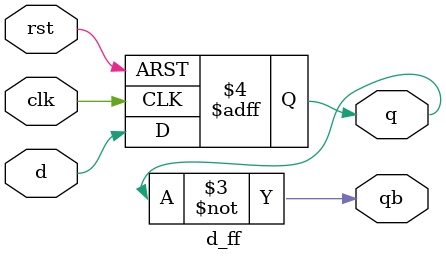
<source format=v>
module d_ff(clk,rst,d,q,qb);

    input clk,rst;
	input d;
	output reg q;
	output qb;
	
	always@(posedge clk or negedge rst)
	begin
	
	   if(~rst)
	      q <= 0;
	   else
          q <= d;
   
    end

    assign qb = ~q;

endmodule	

</source>
